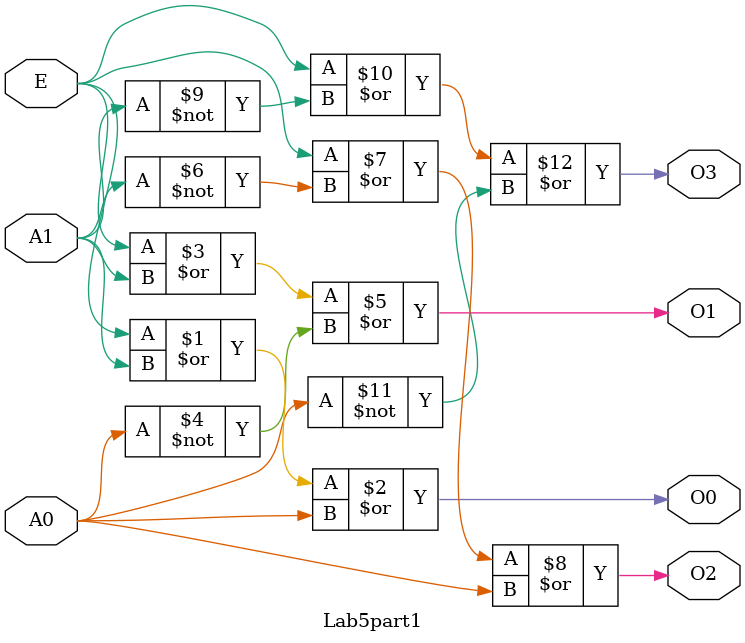
<source format=v>
module Lab5part1 
      (input E, A1, A0,  output O3, O2, O1, O0);
	or  g1(O0, E, A1, A0),
		g2(O1, E, A1, ~A0),
		g3(O2, E, ~A1, A0),
		g4(O3, E, ~A1, ~A0);
endmodule

</source>
